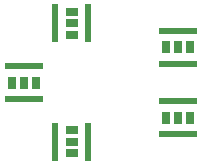
<source format=gbr>
%TF.GenerationSoftware,KiCad,Pcbnew,(5.1.9)-1*%
%TF.CreationDate,2021-08-28T05:28:07+03:00*%
%TF.ProjectId,LED_Head_001,4c45445f-4865-4616-945f-3030312e6b69,rev?*%
%TF.SameCoordinates,Original*%
%TF.FileFunction,Paste,Top*%
%TF.FilePolarity,Positive*%
%FSLAX46Y46*%
G04 Gerber Fmt 4.6, Leading zero omitted, Abs format (unit mm)*
G04 Created by KiCad (PCBNEW (5.1.9)-1) date 2021-08-28 05:28:07*
%MOMM*%
%LPD*%
G01*
G04 APERTURE LIST*
%ADD10R,3.300000X0.500000*%
%ADD11R,0.750000X1.010000*%
%ADD12R,1.010000X0.750000*%
%ADD13R,0.500000X3.300000*%
G04 APERTURE END LIST*
D10*
%TO.C,D1*%
X-17841700Y1400000D03*
X-17841700Y-1400000D03*
D11*
X-16841700Y0D03*
X-18841700Y0D03*
X-17841700Y0D03*
%TD*%
%TO.C,D2*%
X-4841700Y3000000D03*
X-3841700Y3000000D03*
X-5841700Y3000000D03*
D10*
X-4841700Y4400000D03*
X-4841700Y1600000D03*
%TD*%
D12*
%TO.C,D3*%
X-13841700Y-5000000D03*
X-13841700Y-6000000D03*
X-13841700Y-4000000D03*
D13*
X-12441700Y-5000000D03*
X-15241700Y-5000000D03*
%TD*%
%TO.C,D4*%
X-12441700Y5000000D03*
X-15241700Y5000000D03*
D12*
X-13841700Y4000000D03*
X-13841700Y6000000D03*
X-13841700Y5000000D03*
%TD*%
D10*
%TO.C,D5*%
X-4841700Y-4400000D03*
X-4841700Y-1600000D03*
D11*
X-5841700Y-3000000D03*
X-3841700Y-3000000D03*
X-4841700Y-3000000D03*
%TD*%
M02*

</source>
